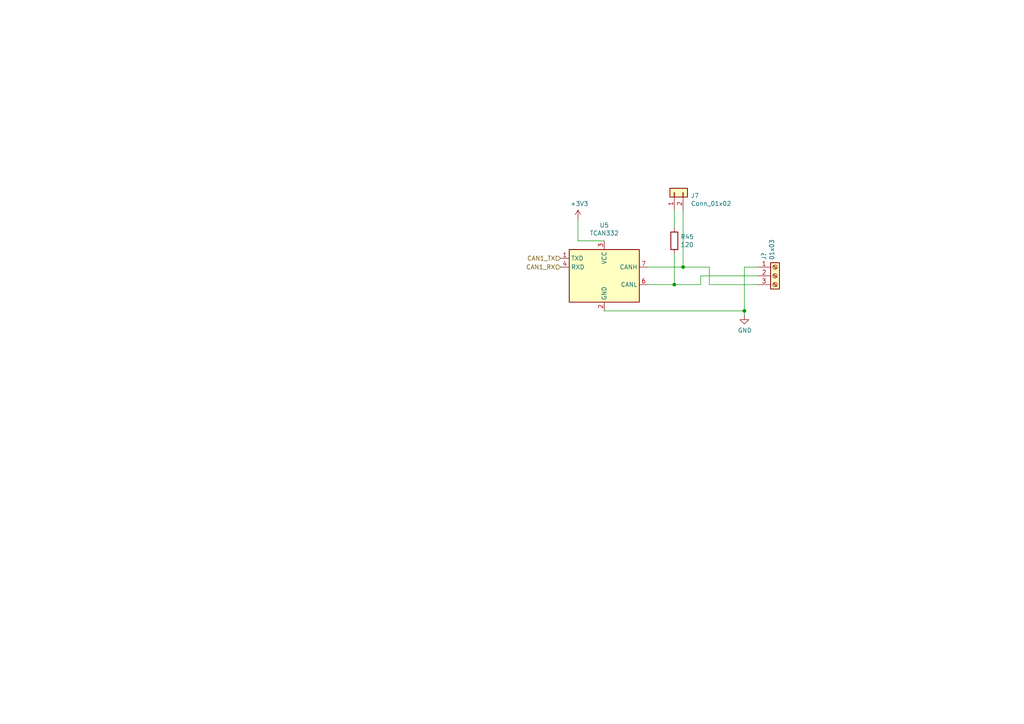
<source format=kicad_sch>
(kicad_sch (version 20231120) (generator "eeschema") (generator_version "8.0")
  (paper "A4")
  (lib_symbols
    (symbol "Connector:Screw_Terminal_01x03" (pin_names (offset 1.016) hide)
      (property "Reference" "J" (at 0 5.08 0))
      (property "Value" "Screw_Terminal_01x03" (at 0 -5.08 0))
      (symbol "Screw_Terminal_01x03_1_1"
        (rectangle (start -1.27 3.81) (end 1.27 -3.81) (stroke (width 0.254)) (fill (type background)))
        (circle (center 0 -2.54) (radius 0.635) (stroke (width 0.1524)))
        (polyline (pts (xy -0.5334 -2.2098) (xy 0.3302 -3.048)) (stroke (width 0.1524)))
        (polyline (pts (xy -0.5334 0.3302) (xy 0.3302 -0.508)) (stroke (width 0.1524)))
        (polyline (pts (xy -0.5334 2.8702) (xy 0.3302 2.032)) (stroke (width 0.1524)))
        (polyline (pts (xy -0.3556 -2.032) (xy 0.508 -2.8702)) (stroke (width 0.1524)))
        (polyline (pts (xy -0.3556 0.508) (xy 0.508 -0.3302)) (stroke (width 0.1524)))
        (polyline (pts (xy -0.3556 3.048) (xy 0.508 2.2098)) (stroke (width 0.1524)))
        (circle (center 0 0) (radius 0.635) (stroke (width 0.1524)))
        (circle (center 0 2.54) (radius 0.635) (stroke (width 0.1524)))
        (pin passive line (at -5.08 2.54 0) (length 3.81) (name "Pin_1") (number "1"))
        (pin passive line (at -5.08 0 0) (length 3.81) (name "Pin_2") (number "2"))
        (pin passive line (at -5.08 -2.54 0) (length 3.81) (name "Pin_3") (number "3"))
      )
    )
    (symbol "Connector_Generic:Conn_01x02" (pin_names (offset 1.016) hide)
      (property "Reference" "J" (at 0 2.54 0))
      (property "Value" "Conn_01x02" (at 0 -5.08 0))
      (symbol "Conn_01x02_1_1"
        (rectangle (start -1.27 -2.413) (end 0 -2.667) (stroke (width 0.1524)))
        (rectangle (start -1.27 0.127) (end 0 -0.127) (stroke (width 0.1524)))
        (rectangle (start -1.27 1.27) (end 1.27 -3.81) (stroke (width 0.254)) (fill (type background)))
        (pin passive line (at -5.08 0 0) (length 3.81) (name "Pin_1") (number "1"))
        (pin passive line (at -5.08 -2.54 0) (length 3.81) (name "Pin_2") (number "2"))
      )
    )
    (symbol "Device:R" (pin_numbers hide) (pin_names (offset 0))
      (property "Reference" "R" (at 2.032 0 90))
      (property "Value" "R" (at 0 0 90))
      (symbol "R_0_1"
        (rectangle (start -1.016 -2.54) (end 1.016 2.54) (stroke (width 0.254)))
      )
      (symbol "R_1_1"
        (pin passive line (at 0 3.81 270) (length 1.27) (name "~") (number "1"))
        (pin passive line (at 0 -3.81 90) (length 1.27) (name "~") (number "2"))
      )
    )
    (symbol "ETH OPAMP DCMI FSMC CAN ENCODER CS1000-rescue:+3.3V-power" (power) (pin_names (offset 0))
      (property "Value" "power_+3.3V" (at 0 3.556 0))
      (symbol "+3.3V-power_0_1"
        (polyline (pts (xy -0.762 1.27) (xy 0 2.54)))
        (polyline (pts (xy 0 0) (xy 0 2.54)))
        (polyline (pts (xy 0 2.54) (xy 0.762 1.27)))
      )
      (symbol "+3.3V-power_1_1"
        (pin power_in line (at 0 0 90) (length 0) hide (name "+3V3") (number "1"))
      )
    )
    (symbol "ETH OPAMP DCMI FSMC CAN ENCODER CS1000-rescue:GND-power" (power) (pin_names (offset 0))
      (property "Value" "power_GND" (at 0 -3.81 0))
      (symbol "GND-power_0_1"
        (polyline (pts (xy 0 0) (xy 0 -1.27) (xy 1.27 -1.27) (xy 0 -2.54) (xy -1.27 -1.27) (xy 0 -1.27)))
      )
      (symbol "GND-power_1_1"
        (pin power_in line (at 0 0 270) (length 0) hide (name "GND") (number "1"))
      )
    )
    (symbol "Interface_CAN_LIN:TCAN332"
      (property "Reference" "U" (at -10.16 8.89 0))
      (property "Value" "TCAN332" (at 2.54 8.89 0))
      (symbol "TCAN332_0_1"
        (rectangle (start -10.16 7.62) (end 10.16 -7.62) (stroke (width 0.254)) (fill (type background)))
      )
      (symbol "TCAN332_1_1"
        (pin input line (at -12.7 5.08 0) (length 2.54) (name "TXD") (number "1"))
        (pin power_in line (at 0 -10.16 90) (length 2.54) (name "GND") (number "2"))
        (pin power_in line (at 0 10.16 270) (length 2.54) (name "VCC") (number "3"))
        (pin tri_state line (at -12.7 2.54 0) (length 2.54) (name "RXD") (number "4"))
        (pin no_connect line (at -10.16 -2.54 0) (length 2.54) hide (name "NC") (number "5"))
        (pin bidirectional line (at 12.7 -2.54 180) (length 2.54) (name "CANL") (number "6"))
        (pin bidirectional line (at 12.7 2.54 180) (length 2.54) (name "CANH") (number "7"))
        (pin no_connect line (at -10.16 -5.08 0) (length 2.54) hide (name "NC") (number "8"))
      )
    )
  )
  (junction (at 198.12 77.47))
  (junction (at 215.9 90.17))
  (junction (at 195.58 82.55))
  (wire (pts (xy 198.12 60.96) (xy 198.12 77.47)))
  (wire (pts (xy 203.2 82.55) (xy 203.2 80.01)))
  (wire (pts (xy 175.26 69.85) (xy 167.64 69.85)))
  (wire (pts (xy 198.12 77.47) (xy 205.74 77.47)))
  (wire (pts (xy 215.9 91.44) (xy 215.9 90.17)))
  (wire (pts (xy 205.74 82.55) (xy 219.71 82.55)))
  (wire (pts (xy 219.71 77.47) (xy 215.9 77.47)))
  (wire (pts (xy 187.96 77.47) (xy 198.12 77.47)))
  (wire (pts (xy 195.58 73.66) (xy 195.58 82.55)))
  (wire (pts (xy 205.74 77.47) (xy 205.74 82.55)))
  (wire (pts (xy 195.58 66.04) (xy 195.58 60.96)))
  (wire (pts (xy 195.58 82.55) (xy 203.2 82.55)))
  (wire (pts (xy 167.64 69.85) (xy 167.64 63.5)))
  (wire (pts (xy 203.2 80.01) (xy 219.71 80.01)))
  (wire (pts (xy 175.26 90.17) (xy 215.9 90.17)))
  (wire (pts (xy 187.96 82.55) (xy 195.58 82.55)))
  (wire (pts (xy 215.9 90.17) (xy 215.9 77.47)))
  (hierarchical_label "CAN1_TX" (shape input) (at 162.56 74.93 180))
  (hierarchical_label "CAN1_RX" (shape input) (at 162.56 77.47 180))
  (symbol (lib_id "Connector:Screw_Terminal_01x03") (at 224.79 80.01 0) (unit 1)
    (property "Reference" "J?" (at 221.5642 75.438 90) (effects (justify left)))
    (property "Value" "01x03" (at 223.8756 75.438 90) (effects (justify left)))
    (property "Footprint" "TerminalBlock_Phoenix:TerminalBlock_Phoenix_MKDS-1,5-3_1x03_P5.00mm_Horizontal" (effects (hide yes)))
    (property "Datasheet" "651-1935174" (effects (hide yes)))
    (instances (project "" (path "" (reference "J?") (unit 1)) (path "" (reference "J10") (unit 1))))
  )
  (symbol (lib_id "Interface_CAN_LIN:TCAN332") (at 175.26 80.01 0) (unit 1)
    (property "Reference" "U5" (at 175.26 65.3288 0))
    (property "Value" "TCAN332" (at 175.26 67.6402 0))
    (property "Footprint" "Package_SO:SOIC-8_3.9x4.9mm_P1.27mm" (effects (hide yes)))
    (property "Datasheet" "595-TCAN332DR" (effects (hide yes)))
  )
  (symbol (lib_id "Connector_Generic:Conn_01x02") (at 195.58 55.88 90) (unit 1)
    (property "Reference" "J7" (at 200.3552 56.7436 90) (effects (justify right)))
    (property "Value" "Conn_01x02" (at 200.3552 59.055 90) (effects (justify right)))
    (property "Footprint" "Connector_PinHeader_2.54mm:PinHeader_1x02_P2.54mm_Vertical" (effects (hide yes)))
  )
  (symbol (lib_id "Device:R") (at 195.58 69.85 0) (unit 1)
    (property "Reference" "R45" (at 197.358 68.6816 0) (effects (justify left)))
    (property "Value" "120" (at 197.358 70.993 0) (effects (justify left)))
    (property "Footprint" "Resistor_SMD:R_0603_1608Metric" (effects (hide yes)))
    (property "Datasheet" "71-CRCW0603120RFKEAC" (effects (hide yes)))
  )
  (symbol (lib_id "ETH OPAMP DCMI FSMC CAN ENCODER CS1000-rescue:GND-power") (at 215.9 91.44 0) (unit 1)
    (property "Reference" "#PWR057" (effects (hide yes)))
    (property "Value" "GND" (at 216.027 95.8342 0))
  )
  (symbol (lib_id "ETH OPAMP DCMI FSMC CAN ENCODER CS1000-rescue:+3.3V-power") (at 167.64 63.5 0) (unit 1)
    (property "Reference" "#PWR056" (effects (hide yes)))
    (property "Value" "+3V3" (at 168.021 59.1058 0))
  )
)
</source>
